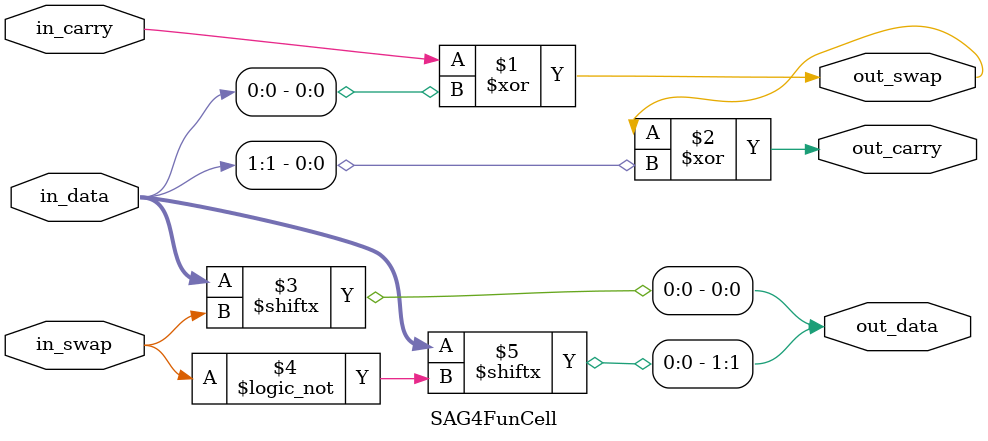
<source format=v>

module SAG4Fun32C (
	input ctrl_inv,
	input ctrl_msk,

	input [31:0] in_data,
	input [31:0] in_mask,

	output [31:0] out_data
);
	wire [31:0] r0_din, r0_dout, r1_dout, r2_dout, r3_dout, r4_dout;

	wire [15:0] m0_cin, m1_cin, m2_cin, m3_cin;
	wire [15:0] m0_cout, m1_cout, m2_cout, m3_cout;
	wire [15:0] m0_sout, m1_sout, m2_sout, m3_sout, m4_sout;
	wire [31:0] m0_dout, m1_dout, m2_dout, m3_dout;

	assign r0_din = in_data & (in_mask | {32{ctrl_inv | !ctrl_msk}});
	assign out_data = r4_dout & (in_mask | {32{!ctrl_inv | !ctrl_msk}});

	SAG4FunRow #(32, 4'b1011) r0 (ctrl_inv, ctrl_inv ? m4_sout : m0_sout, 16'bx, r0_din,,,  r0_dout);
	SAG4FunRow #(32, 4'b0011) r1 (ctrl_inv, ctrl_inv ? m3_sout : m1_sout, 16'bx, r0_dout,,, r1_dout);
	SAG4FunRow #(32, 4'b0011) r2 (ctrl_inv, ctrl_inv ? m2_sout : m2_sout, 16'bx, r1_dout,,, r2_dout);
	SAG4FunRow #(32, 4'b0011) r3 (ctrl_inv, ctrl_inv ? m1_sout : m3_sout, 16'bx, r2_dout,,, r3_dout);
	SAG4FunRow #(32, 4'b0001) r4 (ctrl_inv, ctrl_inv ? m0_sout : m4_sout, 16'bx, r3_dout,,, r4_dout);

	assign m0_cin = 16'b 0000_0000_0000_0001 | (m0_cout << 1);
	assign m1_cin = 16'b 0000_0001_0000_0001 | (m1_cout << 1);
	assign m2_cin = 16'b 0001_0001_0001_0001 | (m2_cout << 1);
	assign m3_cin = 16'b 0101_0101_0101_0101 | (m3_cout << 1);

	SAG4FunRow #(32, 4'b0001) m0 (1'b0, m0_sout, m0_cin, in_mask, m0_sout, m0_cout, m0_dout);
	SAG4FunRow #(32, 4'b0001) m1 (1'b0, m1_sout, m1_cin, m0_dout, m1_sout, m1_cout, m1_dout);
	SAG4FunRow #(32, 4'b0001) m2 (1'b0, m2_sout, m2_cin, m1_dout, m2_sout, m2_cout, m2_dout);
	SAG4FunRow #(32, 4'b0001) m3 (1'b0, m3_sout, m3_cin, m2_dout, m3_sout, m3_cout, m3_dout);
	SAG4FunRow #(32, 4'b0000) m4 (1'b0, m4_sout, 16'h FFFF, m3_dout, m4_sout,,);
endmodule

module SAG4Fun64C (
	input ctrl_inv,
	input ctrl_msk,

	input [63:0] in_data,
	input [63:0] in_mask,

	output [63:0] out_data
);
	wire [63:0] r0_din, r0_dout, r1_dout, r2_dout, r3_dout, r4_dout, r5_dout;

	wire [31:0] m0_cin, m1_cin, m2_cin, m3_cin, m4_cin;
	wire [31:0] m0_cout, m1_cout, m2_cout, m3_cout, m4_cout;
	wire [31:0] m0_sout, m1_sout, m2_sout, m3_sout, m4_sout, m5_sout;
	wire [63:0] m0_dout, m1_dout, m2_dout, m3_dout, m4_dout;

	assign r0_din = in_data & (in_mask | {64{ctrl_inv | !ctrl_msk}});
	assign out_data = r5_dout & (in_mask | {64{!ctrl_inv | !ctrl_msk}});

	SAG4FunRow #(64, 4'b1011) r0 (ctrl_inv, ctrl_inv ? m5_sout : m0_sout, 32'bx, r0_din,,,  r0_dout);
	SAG4FunRow #(64, 4'b0011) r1 (ctrl_inv, ctrl_inv ? m4_sout : m1_sout, 32'bx, r0_dout,,, r1_dout);
	SAG4FunRow #(64, 4'b0011) r2 (ctrl_inv, ctrl_inv ? m3_sout : m2_sout, 32'bx, r1_dout,,, r2_dout);
	SAG4FunRow #(64, 4'b0011) r3 (ctrl_inv, ctrl_inv ? m2_sout : m3_sout, 32'bx, r2_dout,,, r3_dout);
	SAG4FunRow #(64, 4'b0011) r4 (ctrl_inv, ctrl_inv ? m1_sout : m4_sout, 32'bx, r3_dout,,, r4_dout);
	SAG4FunRow #(64, 4'b0001) r5 (ctrl_inv, ctrl_inv ? m0_sout : m5_sout, 32'bx, r4_dout,,, r5_dout);

	assign m0_cin = 32'b 0000_0000_0000_0000_0000_0000_0000_0001 | (m0_cout << 1);
	assign m1_cin = 32'b 0000_0000_0000_0001_0000_0000_0000_0001 | (m1_cout << 1);
	assign m2_cin = 32'b 0000_0001_0000_0001_0000_0001_0000_0001 | (m2_cout << 1);
	assign m3_cin = 32'b 0001_0001_0001_0001_0001_0001_0001_0001 | (m3_cout << 1);
	assign m4_cin = 32'b 0101_0101_0101_0101_0101_0101_0101_0101 | (m4_cout << 1);

	SAG4FunRow #(64, 4'b0001) m0 (1'b0, m0_sout, m0_cin, in_mask, m0_sout, m0_cout, m0_dout);
	SAG4FunRow #(64, 4'b0001) m1 (1'b0, m1_sout, m1_cin, m0_dout, m1_sout, m1_cout, m1_dout);
	SAG4FunRow #(64, 4'b0001) m2 (1'b0, m2_sout, m2_cin, m1_dout, m2_sout, m2_cout, m2_dout);
	SAG4FunRow #(64, 4'b0001) m3 (1'b0, m3_sout, m3_cin, m2_dout, m3_sout, m3_cout, m3_dout);
	SAG4FunRow #(64, 4'b0001) m4 (1'b0, m4_sout, m4_cin, m3_dout, m4_sout, m4_cout, m4_dout);
	SAG4FunRow #(64, 4'b0000) m5 (1'b0, m5_sout, 32'h FFFF_FFFF, m4_dout, m5_sout,,);
endmodule

module SAG4Fun32S (
	input clock,
	input reset,

	input  ctrl_inv,
	input  ctrl_msk,
	input  ctrl_ldm,
	input  ctrl_start,
	output ctrl_ready,

	input  [31:0] in_data,
	output [31:0] out_data
);
	reg saved_inv, saved_msk, saved_ldm;

	wire cfg_inv = ctrl_start ? ctrl_inv : saved_inv;
	wire cfg_msk = ctrl_start ? ctrl_msk : saved_msk;
	wire cfg_ldm = ctrl_start ? ctrl_ldm : saved_ldm;

	wire  [15:0] row_sin, row_sout;
	wire  [15:0] row_cin, row_cout;
	wire  [31:0] row_din, row_dout;

	SAG4FunRow #(32) row (cfg_inv, row_sin, row_cin, row_din, row_sout, row_cout, row_dout);

	reg [15:0] swapcfg [0:4];
	reg [31:0] data;
	reg [2:0] state;

	wire [15:0] carry_mask = ctrl_start ||
			state == 0 ? 16'b 0000_0000_0000_0001 :
			state == 1 ? 16'b 0000_0001_0000_0001 :
			state == 2 ? 16'b 0001_0001_0001_0001 :
			state == 3 ? 16'b 0101_0101_0101_0101 :
			16'h FFFF;

	wire [2:0] index = (ctrl_start || state == 5) ? 0 : state;
	wire [2:0] swapcfgidx = cfg_inv ? 4-index : index;

	assign row_sin = cfg_ldm ? row_sout : swapcfg[swapcfgidx];
	assign row_cin = carry_mask | (row_cout << 1);
	assign row_din = index == 0 ? in_data : data;

	always @(posedge clock) begin
		if (state != 0 && state != 5)
			state <= state + 1;
		if (state == 5)
			state <= 0;
		if (ctrl_start) begin
			state <= 1;
			saved_inv <= ctrl_inv;
			saved_msk <= ctrl_msk;
			saved_ldm <= ctrl_ldm;
		end
		if (reset)
			state <= 0;
		if (cfg_ldm)
			swapcfg[ctrl_start ? 0 : state] <= row_sout;
		data <= row_dout;
	end

	assign ctrl_ready = state == 5;
	assign out_data = ctrl_ready ? data : 'bx;
endmodule

module SAG4Fun64S (
	input clock,
	input reset,

	input  ctrl_inv,
	input  ctrl_msk,
	input  ctrl_ldm,
	input  ctrl_start,
	output ctrl_ready,

	input  [63:0] in_data,
	output [63:0] out_data
);
	reg saved_inv, saved_msk, saved_ldm;

	wire cfg_inv = ctrl_start ? ctrl_inv : saved_inv;
	wire cfg_msk = ctrl_start ? ctrl_msk : saved_msk;
	wire cfg_ldm = ctrl_start ? ctrl_ldm : saved_ldm;

	wire  [31:0] row_sin, row_sout;
	wire  [31:0] row_cin, row_cout;
	wire  [63:0] row_din, row_dout;

	SAG4FunRow #(64) row (cfg_inv, row_sin, row_cin, row_din, row_sout, row_cout, row_dout);

	reg [31:0] swapcfg [0:5];
	reg [63:0] data;
	reg [2:0] state;

	wire [31:0] carry_mask = ctrl_start ||
			state == 0 ? 32'b 0000_0000_0000_0000_0000_0000_0000_0001 :
			state == 1 ? 32'b 0000_0000_0000_0001_0000_0000_0000_0001 :
			state == 2 ? 32'b 0000_0001_0000_0001_0000_0001_0000_0001 :
			state == 3 ? 32'b 0001_0001_0001_0001_0001_0001_0001_0001 :
			state == 4 ? 32'b 0101_0101_0101_0101_0101_0101_0101_0101 :
			32'h FFFF_FFFF;

	wire [2:0] index = (ctrl_start || state == 6) ? 0 : state;
	wire [2:0] swapcfgidx = cfg_inv ? 5-index : index;

	assign row_sin = cfg_ldm ? row_sout : swapcfg[swapcfgidx];
	assign row_cin = carry_mask | (row_cout << 1);
	assign row_din = index == 0 ? in_data : data;

	always @(posedge clock) begin
		if (state != 0 && state != 6)
			state <= state + 1;
		if (state == 6)
			state <= 0;
		if (ctrl_start) begin
			state <= 1;
			saved_inv <= ctrl_inv;
			saved_msk <= ctrl_msk;
			saved_ldm <= ctrl_ldm;
		end
		if (reset)
			state <= 0;
		if (cfg_ldm)
			swapcfg[ctrl_start ? 0 : state] <= row_sout;
		data <= row_dout;
	end

	assign ctrl_ready = state == 6;
	assign out_data = ctrl_ready ? data : 'bx;
endmodule

module SAG4Fun64F (
	input clock,
	input reset,

	input  ctrl_inv,
	input  ctrl_msk,
	input  ctrl_ldm,
	input  ctrl_start,
	output ctrl_ready,

	input  [63:0] in_data,
	output [63:0] out_data
);
	reg saved_inv, saved_msk, saved_ldm;

	wire cfg_inv = ctrl_start ? ctrl_inv : saved_inv;
	wire cfg_msk = ctrl_start ? ctrl_msk : saved_msk;
	wire cfg_ldm = ctrl_start ? ctrl_ldm : saved_ldm;

	wire  [31:0] r1_sin, r1_sout, r2_sin, r2_sout;
	wire  [31:0] r1_cin, r1_cout, r2_cin, r2_cout;
	wire  [63:0] r1_din, r1_dout, r2_dout;

	SAG4FunRow #(64) r1 (cfg_inv, r1_sin, r1_cin, r1_din, r1_sout, r1_cout, r1_dout);
	SAG4FunRow #(64) r2 (cfg_inv, r2_sin, r2_cin, r1_dout, r2_sout, r2_cout, r2_dout);

	reg [63:0] swapcfg [0:5];
	reg [63:0] data;
	reg [1:0] state;

	wire [63:0] carry_mask = ctrl_start ||
			state == 0 ?  {32'b 0000_0000_0000_0001_0000_0000_0000_0001, 32'b 0000_0000_0000_0000_0000_0000_0000_0001} :
			state == 1 ?  {32'b 0001_0001_0001_0001_0001_0001_0001_0001, 32'b 0000_0001_0000_0001_0000_0001_0000_0001} :
			{32'h FFFF_FFFF, 32'b 0101_0101_0101_0101_0101_0101_0101_0101};

	wire [2:0] index = (ctrl_start || state == 3) ? 0 : state;
	wire [2:0] swapcfgidx = cfg_inv ? 2-index : index;
	wire [63:0] swapcfg_out = swapcfg[swapcfgidx];

	assign r1_sin = cfg_ldm ? r1_sout : (cfg_inv ? swapcfg_out[63:32] : swapcfg_out[31:0]);
	assign r2_sin = cfg_ldm ? r2_sout : (cfg_inv ? swapcfg_out[31:0] : swapcfg_out[63:32]);
	assign r1_cin = (cfg_inv ? carry_mask[63:32] : carry_mask[31:0]) | (r1_cout << 1);
	assign r2_cin = (cfg_inv ? carry_mask[31:0] : carry_mask[63:32]) | (r2_cout << 1);
	assign r1_din = index == 0 ? in_data : data;

	always @(posedge clock) begin
		if (state != 0 && state != 3)
			state <= state + 1;
		if (state == 3)
			state <= 0;
		if (ctrl_start) begin
			state <= 1;
			saved_inv <= ctrl_inv;
			saved_msk <= ctrl_msk;
			saved_ldm <= ctrl_ldm;
		end
		if (reset)
			state <= 0;
		if (cfg_ldm)
			swapcfg[ctrl_start ? 0 : state] <= {r2_sout, r1_sout};
		data <= r2_dout;
	end

	assign ctrl_ready = state == 3;
	assign out_data = ctrl_ready ? data : 'bx;
endmodule

module SAG4FunRow #(
	parameter integer XLEN = 32,
	parameter [3:0] SHFLPOS = 4'b1001
) (
	input  ctrl_unshuffle,

	input  [XLEN/2-1:0] in_swap,
	input  [XLEN/2-1:0] in_carry,
	input  [  XLEN-1:0] in_data,

	output [XLEN/2-1:0] out_swap,
	output [XLEN/2-1:0] out_carry,
	output [  XLEN-1:0] out_data
);
	wire [  XLEN-1:0] cells_in;
	wire [  XLEN-1:0] cells_out;

	function [XLEN-1:0] split;
		input [XLEN-1:0] in;
		if (XLEN == 32) split = {in[31], in[29], in[27], in[25], in[23],
			in[21], in[19], in[17], in[15], in[13], in[11], in[9], in[7],
			in[5], in[3], in[1], in[30], in[28], in[26], in[24], in[22],
			in[20], in[18], in[16], in[14], in[12], in[10], in[8], in[6],
			in[4], in[2], in[0]};
		else split = {in[63], in[61], in[59], in[57], in[55], in[53],
			in[51], in[49], in[47], in[45], in[43], in[41], in[39], in[37],
			in[35], in[33], in[31], in[29], in[27], in[25], in[23], in[21],
			in[19], in[17], in[15], in[13], in[11], in[9], in[7], in[5],
			in[3], in[1], in[62], in[60], in[58], in[56], in[54], in[52],
			in[50], in[48], in[46], in[44], in[42], in[40], in[38], in[36],
			in[34], in[32], in[30], in[28], in[26], in[24], in[22], in[20],
			in[18], in[16], in[14], in[12], in[10], in[8], in[6], in[4],
			in[2], in[0]};
	endfunction

	function [XLEN-1:0] merge;
		input [XLEN-1:0] in;
		if (XLEN == 32) merge = {in[31], in[15], in[30], in[14], in[29],
			in[13], in[28], in[12], in[27], in[11], in[26], in[10], in[25],
			in[9], in[24], in[8], in[23], in[7], in[22], in[6], in[21],
			in[5], in[20], in[4], in[19], in[3], in[18], in[2], in[17],
			in[1], in[16], in[0]};
		else merge = {in[63], in[31], in[62], in[30], in[61], in[29],
			in[60], in[28], in[59], in[27], in[58], in[26], in[57], in[25],
			in[56], in[24], in[55], in[23], in[54], in[22], in[53], in[21],
			in[52], in[20], in[51], in[19], in[50], in[18], in[49], in[17],
			in[48], in[16], in[47], in[15], in[46], in[14], in[45], in[13],
			in[44], in[12], in[43], in[11], in[42], in[10], in[41], in[9],
			in[40], in[8], in[39], in[7], in[38], in[6], in[37], in[5],
			in[36], in[4], in[35], in[3], in[34], in[2], in[33], in[1],
			in[32], in[0]};
	endfunction

	assign cells_in = ctrl_unshuffle ? (SHFLPOS[3] ? merge(in_data) : in_data) : (SHFLPOS[2] ? split(in_data) : in_data);
	assign out_data = ctrl_unshuffle ? (SHFLPOS[1] ? merge(cells_out) : cells_out) : (SHFLPOS[0] ? split(cells_out) : cells_out);

	SAG4FunCell cells [XLEN/2-1:0] (
		.in_swap   (in_swap  ),
		.in_carry  (in_carry ),
		.in_data   (cells_in ),
		.out_swap  (out_swap ),
		.out_carry (out_carry),
		.out_data  (cells_out)
	);
endmodule

module SAG4FunCell (
	input in_swap,
	input in_carry,
	input [1:0] in_data,

	output out_swap,
	output out_carry,
	output [1:0] out_data
);
	assign out_swap = in_carry ^ in_data[0];
	assign out_carry = out_swap ^ in_data[1];
	assign out_data = {in_data[!in_swap], in_data[in_swap]};
endmodule

</source>
